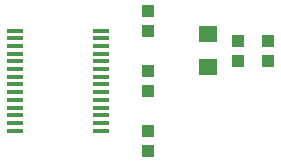
<source format=gtp>
G75*
G70*
%OFA0B0*%
%FSLAX24Y24*%
%IPPOS*%
%LPD*%
%AMOC8*
5,1,8,0,0,1.08239X$1,22.5*
%
%ADD10R,0.0394X0.0433*%
%ADD11R,0.0630X0.0551*%
%ADD12R,0.0550X0.0137*%
D10*
X023101Y019766D03*
X023101Y020435D03*
X023101Y021766D03*
X023101Y022435D03*
X023101Y023766D03*
X023101Y024435D03*
X026101Y023435D03*
X026101Y022766D03*
X027101Y022766D03*
X027101Y023435D03*
D11*
X025101Y023652D03*
X025101Y022550D03*
D12*
X021540Y022485D03*
X021540Y022741D03*
X021540Y022996D03*
X021540Y023252D03*
X021540Y023508D03*
X021540Y023764D03*
X021540Y022229D03*
X021540Y021973D03*
X021540Y021717D03*
X021540Y021461D03*
X021540Y021205D03*
X021540Y020949D03*
X021540Y020693D03*
X021540Y020437D03*
X018661Y020437D03*
X018661Y020693D03*
X018661Y020949D03*
X018661Y021205D03*
X018661Y021461D03*
X018661Y021717D03*
X018661Y021973D03*
X018661Y022229D03*
X018661Y022485D03*
X018661Y022741D03*
X018661Y022996D03*
X018661Y023252D03*
X018661Y023508D03*
X018661Y023764D03*
M02*

</source>
